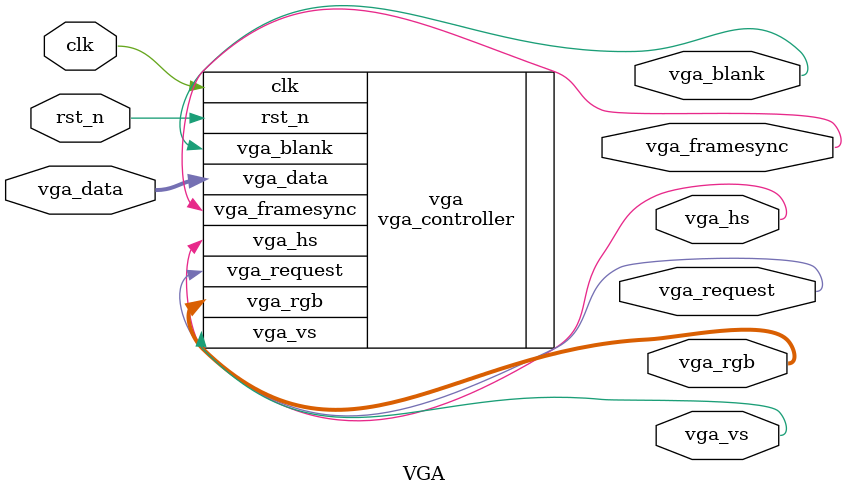
<source format=v>
module VGA
(  	
	//global clock
	input					clk,			
	input					rst_n,     		
	
	//vga interface	
	output				vga_blank,			
	output				vga_hs,	    	
	output				vga_vs,	    		
	output	[15:0]	vga_rgb,		
	
	//user interface
	output				vga_request,	//vga data request
	output				vga_framesync,	//vga frame sync
	input		[15:0]	vga_data		//vga data
);	  


//-------------------------------------
vga_controller vga
(
	//global clock
	.clk				(clk),		
	.rst_n			(rst_n), 
	 
	 //vga interface	 
	.vga_blank		(vga_blank),
	.vga_hs			(vga_hs),		
	.vga_vs			(vga_vs),		
	.vga_rgb			(vga_rgb),	

	
	//user interface
	.vga_request	(vga_request),
	.vga_framesync	(vga_framesync),
	.vga_data		(vga_data)
);

endmodule

</source>
